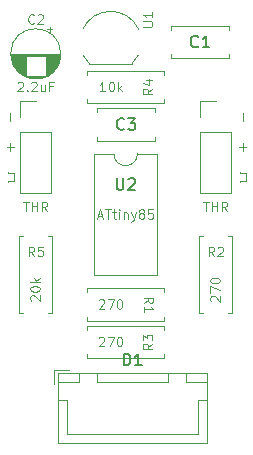
<source format=gto>
G04 #@! TF.GenerationSoftware,KiCad,Pcbnew,(5.1.8)-1*
G04 #@! TF.CreationDate,2023-09-30T03:10:54+02:00*
G04 #@! TF.ProjectId,RC Exhaust System RGB,52432045-7868-4617-9573-742053797374,rev?*
G04 #@! TF.SameCoordinates,Original*
G04 #@! TF.FileFunction,Legend,Top*
G04 #@! TF.FilePolarity,Positive*
%FSLAX46Y46*%
G04 Gerber Fmt 4.6, Leading zero omitted, Abs format (unit mm)*
G04 Created by KiCad (PCBNEW (5.1.8)-1) date 2023-09-30 03:10:54*
%MOMM*%
%LPD*%
G01*
G04 APERTURE LIST*
%ADD10C,0.100000*%
%ADD11C,0.120000*%
%ADD12C,0.150000*%
G04 APERTURE END LIST*
D10*
X78302142Y-91573333D02*
X78683095Y-91573333D01*
X78225952Y-91801904D02*
X78492619Y-91001904D01*
X78759285Y-91801904D01*
X78911666Y-91001904D02*
X79368809Y-91001904D01*
X79140238Y-91801904D02*
X79140238Y-91001904D01*
X79521190Y-91268571D02*
X79825952Y-91268571D01*
X79635476Y-91001904D02*
X79635476Y-91687619D01*
X79673571Y-91763809D01*
X79749761Y-91801904D01*
X79825952Y-91801904D01*
X80092619Y-91801904D02*
X80092619Y-91268571D01*
X80092619Y-91001904D02*
X80054523Y-91040000D01*
X80092619Y-91078095D01*
X80130714Y-91040000D01*
X80092619Y-91001904D01*
X80092619Y-91078095D01*
X80473571Y-91268571D02*
X80473571Y-91801904D01*
X80473571Y-91344761D02*
X80511666Y-91306666D01*
X80587857Y-91268571D01*
X80702142Y-91268571D01*
X80778333Y-91306666D01*
X80816428Y-91382857D01*
X80816428Y-91801904D01*
X81121190Y-91268571D02*
X81311666Y-91801904D01*
X81502142Y-91268571D02*
X81311666Y-91801904D01*
X81235476Y-91992380D01*
X81197380Y-92030476D01*
X81121190Y-92068571D01*
X81921190Y-91344761D02*
X81845000Y-91306666D01*
X81806904Y-91268571D01*
X81768809Y-91192380D01*
X81768809Y-91154285D01*
X81806904Y-91078095D01*
X81845000Y-91040000D01*
X81921190Y-91001904D01*
X82073571Y-91001904D01*
X82149761Y-91040000D01*
X82187857Y-91078095D01*
X82225952Y-91154285D01*
X82225952Y-91192380D01*
X82187857Y-91268571D01*
X82149761Y-91306666D01*
X82073571Y-91344761D01*
X81921190Y-91344761D01*
X81845000Y-91382857D01*
X81806904Y-91420952D01*
X81768809Y-91497142D01*
X81768809Y-91649523D01*
X81806904Y-91725714D01*
X81845000Y-91763809D01*
X81921190Y-91801904D01*
X82073571Y-91801904D01*
X82149761Y-91763809D01*
X82187857Y-91725714D01*
X82225952Y-91649523D01*
X82225952Y-91497142D01*
X82187857Y-91420952D01*
X82149761Y-91382857D01*
X82073571Y-91344761D01*
X82949761Y-91001904D02*
X82568809Y-91001904D01*
X82530714Y-91382857D01*
X82568809Y-91344761D01*
X82645000Y-91306666D01*
X82835476Y-91306666D01*
X82911666Y-91344761D01*
X82949761Y-91382857D01*
X82987857Y-91459047D01*
X82987857Y-91649523D01*
X82949761Y-91725714D01*
X82911666Y-91763809D01*
X82835476Y-91801904D01*
X82645000Y-91801904D01*
X82568809Y-91763809D01*
X82530714Y-91725714D01*
X87217380Y-90366904D02*
X87674523Y-90366904D01*
X87445952Y-91166904D02*
X87445952Y-90366904D01*
X87941190Y-91166904D02*
X87941190Y-90366904D01*
X87941190Y-90747857D02*
X88398333Y-90747857D01*
X88398333Y-91166904D02*
X88398333Y-90366904D01*
X89236428Y-91166904D02*
X88969761Y-90785952D01*
X88779285Y-91166904D02*
X88779285Y-90366904D01*
X89084047Y-90366904D01*
X89160238Y-90405000D01*
X89198333Y-90443095D01*
X89236428Y-90519285D01*
X89236428Y-90633571D01*
X89198333Y-90709761D01*
X89160238Y-90747857D01*
X89084047Y-90785952D01*
X88779285Y-90785952D01*
D11*
X90333900Y-87935500D02*
X90841900Y-87935500D01*
X90333900Y-88570500D02*
X90333900Y-88697500D01*
X90841900Y-87935500D02*
X90841900Y-88570500D01*
X90841900Y-88570500D02*
X90333900Y-88570500D01*
X90333900Y-87935500D02*
X90333900Y-87808500D01*
D10*
X90556142Y-86029761D02*
X90556142Y-85420238D01*
X90860904Y-85725000D02*
X90251380Y-85725000D01*
X90556142Y-83489761D02*
X90556142Y-82880238D01*
D11*
X70648900Y-87935500D02*
X71156900Y-87935500D01*
X70648900Y-87935500D02*
X70648900Y-87808500D01*
X71156900Y-87935500D02*
X71156900Y-88570500D01*
X71156900Y-88570500D02*
X70648900Y-88570500D01*
X70648900Y-88570500D02*
X70648900Y-88697500D01*
D10*
X70871142Y-86029761D02*
X70871142Y-85420238D01*
X71175904Y-85725000D02*
X70566380Y-85725000D01*
X70871142Y-83489761D02*
X70871142Y-82880238D01*
X71977380Y-90366904D02*
X72434523Y-90366904D01*
X72205952Y-91166904D02*
X72205952Y-90366904D01*
X72701190Y-91166904D02*
X72701190Y-90366904D01*
X72701190Y-90747857D02*
X73158333Y-90747857D01*
X73158333Y-91166904D02*
X73158333Y-90366904D01*
X73996428Y-91166904D02*
X73729761Y-90785952D01*
X73539285Y-91166904D02*
X73539285Y-90366904D01*
X73844047Y-90366904D01*
X73920238Y-90405000D01*
X73958333Y-90443095D01*
X73996428Y-90519285D01*
X73996428Y-90633571D01*
X73958333Y-90709761D01*
X73920238Y-90747857D01*
X73844047Y-90785952D01*
X73539285Y-90785952D01*
D11*
X89425000Y-77890000D02*
X89425000Y-78205000D01*
X89425000Y-75465000D02*
X89425000Y-75780000D01*
X84485000Y-77890000D02*
X84485000Y-78205000D01*
X84485000Y-75465000D02*
X84485000Y-75780000D01*
X84485000Y-78205000D02*
X89425000Y-78205000D01*
X84485000Y-75465000D02*
X89425000Y-75465000D01*
X83155000Y-85190000D02*
X78215000Y-85190000D01*
X83155000Y-82450000D02*
X78215000Y-82450000D01*
X83155000Y-85190000D02*
X83155000Y-84875000D01*
X83155000Y-82765000D02*
X83155000Y-82450000D01*
X78215000Y-85190000D02*
X78215000Y-84875000D01*
X78215000Y-82765000D02*
X78215000Y-82450000D01*
X77375000Y-98020000D02*
X77375000Y-97690000D01*
X77375000Y-97690000D02*
X83915000Y-97690000D01*
X83915000Y-97690000D02*
X83915000Y-98020000D01*
X77375000Y-100100000D02*
X77375000Y-100430000D01*
X77375000Y-100430000D02*
X83915000Y-100430000D01*
X83915000Y-100430000D02*
X83915000Y-100100000D01*
X89635000Y-93250000D02*
X89305000Y-93250000D01*
X89635000Y-99790000D02*
X89635000Y-93250000D01*
X89305000Y-99790000D02*
X89635000Y-99790000D01*
X86895000Y-93250000D02*
X87225000Y-93250000D01*
X86895000Y-99790000D02*
X86895000Y-93250000D01*
X87225000Y-99790000D02*
X86895000Y-99790000D01*
X86935000Y-81855000D02*
X88265000Y-81855000D01*
X86935000Y-83185000D02*
X86935000Y-81855000D01*
X86935000Y-84455000D02*
X89595000Y-84455000D01*
X89595000Y-84455000D02*
X89595000Y-89595000D01*
X86935000Y-84455000D02*
X86935000Y-89595000D01*
X86935000Y-89595000D02*
X89595000Y-89595000D01*
X79645000Y-86300000D02*
X77995000Y-86300000D01*
X77995000Y-86300000D02*
X77995000Y-96580000D01*
X77995000Y-96580000D02*
X83295000Y-96580000D01*
X83295000Y-96580000D02*
X83295000Y-86300000D01*
X83295000Y-86300000D02*
X81645000Y-86300000D01*
X81645000Y-86300000D02*
G75*
G02*
X79645000Y-86300000I-1000000J0D01*
G01*
X75145000Y-77835000D02*
G75*
G03*
X75145000Y-77835000I-2120000J0D01*
G01*
X75105000Y-77835000D02*
X70945000Y-77835000D01*
X75105000Y-77875000D02*
X70945000Y-77875000D01*
X75104000Y-77915000D02*
X70946000Y-77915000D01*
X75102000Y-77955000D02*
X70948000Y-77955000D01*
X75099000Y-77995000D02*
X70951000Y-77995000D01*
X75096000Y-78035000D02*
X73865000Y-78035000D01*
X72185000Y-78035000D02*
X70954000Y-78035000D01*
X75092000Y-78075000D02*
X73865000Y-78075000D01*
X72185000Y-78075000D02*
X70958000Y-78075000D01*
X75087000Y-78115000D02*
X73865000Y-78115000D01*
X72185000Y-78115000D02*
X70963000Y-78115000D01*
X75081000Y-78155000D02*
X73865000Y-78155000D01*
X72185000Y-78155000D02*
X70969000Y-78155000D01*
X75075000Y-78195000D02*
X73865000Y-78195000D01*
X72185000Y-78195000D02*
X70975000Y-78195000D01*
X75067000Y-78235000D02*
X73865000Y-78235000D01*
X72185000Y-78235000D02*
X70983000Y-78235000D01*
X75059000Y-78275000D02*
X73865000Y-78275000D01*
X72185000Y-78275000D02*
X70991000Y-78275000D01*
X75050000Y-78315000D02*
X73865000Y-78315000D01*
X72185000Y-78315000D02*
X71000000Y-78315000D01*
X75041000Y-78355000D02*
X73865000Y-78355000D01*
X72185000Y-78355000D02*
X71009000Y-78355000D01*
X75030000Y-78395000D02*
X73865000Y-78395000D01*
X72185000Y-78395000D02*
X71020000Y-78395000D01*
X75019000Y-78435000D02*
X73865000Y-78435000D01*
X72185000Y-78435000D02*
X71031000Y-78435000D01*
X75007000Y-78475000D02*
X73865000Y-78475000D01*
X72185000Y-78475000D02*
X71043000Y-78475000D01*
X74993000Y-78515000D02*
X73865000Y-78515000D01*
X72185000Y-78515000D02*
X71057000Y-78515000D01*
X74979000Y-78556000D02*
X73865000Y-78556000D01*
X72185000Y-78556000D02*
X71071000Y-78556000D01*
X74965000Y-78596000D02*
X73865000Y-78596000D01*
X72185000Y-78596000D02*
X71085000Y-78596000D01*
X74949000Y-78636000D02*
X73865000Y-78636000D01*
X72185000Y-78636000D02*
X71101000Y-78636000D01*
X74932000Y-78676000D02*
X73865000Y-78676000D01*
X72185000Y-78676000D02*
X71118000Y-78676000D01*
X74914000Y-78716000D02*
X73865000Y-78716000D01*
X72185000Y-78716000D02*
X71136000Y-78716000D01*
X74895000Y-78756000D02*
X73865000Y-78756000D01*
X72185000Y-78756000D02*
X71155000Y-78756000D01*
X74876000Y-78796000D02*
X73865000Y-78796000D01*
X72185000Y-78796000D02*
X71174000Y-78796000D01*
X74855000Y-78836000D02*
X73865000Y-78836000D01*
X72185000Y-78836000D02*
X71195000Y-78836000D01*
X74833000Y-78876000D02*
X73865000Y-78876000D01*
X72185000Y-78876000D02*
X71217000Y-78876000D01*
X74810000Y-78916000D02*
X73865000Y-78916000D01*
X72185000Y-78916000D02*
X71240000Y-78916000D01*
X74785000Y-78956000D02*
X73865000Y-78956000D01*
X72185000Y-78956000D02*
X71265000Y-78956000D01*
X74760000Y-78996000D02*
X73865000Y-78996000D01*
X72185000Y-78996000D02*
X71290000Y-78996000D01*
X74733000Y-79036000D02*
X73865000Y-79036000D01*
X72185000Y-79036000D02*
X71317000Y-79036000D01*
X74705000Y-79076000D02*
X73865000Y-79076000D01*
X72185000Y-79076000D02*
X71345000Y-79076000D01*
X74675000Y-79116000D02*
X73865000Y-79116000D01*
X72185000Y-79116000D02*
X71375000Y-79116000D01*
X74644000Y-79156000D02*
X73865000Y-79156000D01*
X72185000Y-79156000D02*
X71406000Y-79156000D01*
X74612000Y-79196000D02*
X73865000Y-79196000D01*
X72185000Y-79196000D02*
X71438000Y-79196000D01*
X74577000Y-79236000D02*
X73865000Y-79236000D01*
X72185000Y-79236000D02*
X71473000Y-79236000D01*
X74541000Y-79276000D02*
X73865000Y-79276000D01*
X72185000Y-79276000D02*
X71509000Y-79276000D01*
X74503000Y-79316000D02*
X73865000Y-79316000D01*
X72185000Y-79316000D02*
X71547000Y-79316000D01*
X74463000Y-79356000D02*
X73865000Y-79356000D01*
X72185000Y-79356000D02*
X71587000Y-79356000D01*
X74421000Y-79396000D02*
X73865000Y-79396000D01*
X72185000Y-79396000D02*
X71629000Y-79396000D01*
X74376000Y-79436000D02*
X73865000Y-79436000D01*
X72185000Y-79436000D02*
X71674000Y-79436000D01*
X74329000Y-79476000D02*
X73865000Y-79476000D01*
X72185000Y-79476000D02*
X71721000Y-79476000D01*
X74279000Y-79516000D02*
X73865000Y-79516000D01*
X72185000Y-79516000D02*
X71771000Y-79516000D01*
X74225000Y-79556000D02*
X73865000Y-79556000D01*
X72185000Y-79556000D02*
X71825000Y-79556000D01*
X74167000Y-79596000D02*
X73865000Y-79596000D01*
X72185000Y-79596000D02*
X71883000Y-79596000D01*
X74105000Y-79636000D02*
X73865000Y-79636000D01*
X72185000Y-79636000D02*
X71945000Y-79636000D01*
X74038000Y-79676000D02*
X72012000Y-79676000D01*
X73965000Y-79716000D02*
X72085000Y-79716000D01*
X73884000Y-79756000D02*
X72166000Y-79756000D01*
X73793000Y-79796000D02*
X72257000Y-79796000D01*
X73689000Y-79836000D02*
X72361000Y-79836000D01*
X73562000Y-79876000D02*
X72488000Y-79876000D01*
X73395000Y-79916000D02*
X72655000Y-79916000D01*
X74220000Y-75565199D02*
X74220000Y-75965199D01*
X74420000Y-75765199D02*
X74020000Y-75765199D01*
X71695000Y-89595000D02*
X74355000Y-89595000D01*
X71695000Y-84455000D02*
X71695000Y-89595000D01*
X74355000Y-84455000D02*
X74355000Y-89595000D01*
X71695000Y-84455000D02*
X74355000Y-84455000D01*
X71695000Y-83185000D02*
X71695000Y-81855000D01*
X71695000Y-81855000D02*
X73025000Y-81855000D01*
X77575000Y-78685000D02*
X81175000Y-78685000D01*
X77050816Y-77957795D02*
G75*
G03*
X77575000Y-78685000I2324184J1122795D01*
G01*
X77018600Y-75736193D02*
G75*
G02*
X79375000Y-74235000I2356400J-1098807D01*
G01*
X81731400Y-75736193D02*
G75*
G03*
X79375000Y-74235000I-2356400J-1098807D01*
G01*
X81699184Y-77957795D02*
G75*
G02*
X81175000Y-78685000I-2324184J1122795D01*
G01*
X77375000Y-100865000D02*
X77375000Y-101195000D01*
X83915000Y-100865000D02*
X77375000Y-100865000D01*
X83915000Y-101195000D02*
X83915000Y-100865000D01*
X77375000Y-103605000D02*
X77375000Y-103275000D01*
X83915000Y-103605000D02*
X77375000Y-103605000D01*
X83915000Y-103275000D02*
X83915000Y-103605000D01*
X83915000Y-81685000D02*
X83915000Y-82015000D01*
X83915000Y-82015000D02*
X77375000Y-82015000D01*
X77375000Y-82015000D02*
X77375000Y-81685000D01*
X83915000Y-79605000D02*
X83915000Y-79275000D01*
X83915000Y-79275000D02*
X77375000Y-79275000D01*
X77375000Y-79275000D02*
X77375000Y-79605000D01*
X71655000Y-99790000D02*
X71985000Y-99790000D01*
X71655000Y-93250000D02*
X71655000Y-99790000D01*
X71985000Y-93250000D02*
X71655000Y-93250000D01*
X74395000Y-99790000D02*
X74065000Y-99790000D01*
X74395000Y-93250000D02*
X74395000Y-99790000D01*
X74065000Y-93250000D02*
X74395000Y-93250000D01*
X74910000Y-104855000D02*
X74910000Y-110825000D01*
X74910000Y-110825000D02*
X87530000Y-110825000D01*
X87530000Y-110825000D02*
X87530000Y-104855000D01*
X87530000Y-104855000D02*
X74910000Y-104855000D01*
X78220000Y-104865000D02*
X78220000Y-105615000D01*
X78220000Y-105615000D02*
X84220000Y-105615000D01*
X84220000Y-105615000D02*
X84220000Y-104865000D01*
X84220000Y-104865000D02*
X78220000Y-104865000D01*
X74920000Y-104865000D02*
X74920000Y-105615000D01*
X74920000Y-105615000D02*
X76720000Y-105615000D01*
X76720000Y-105615000D02*
X76720000Y-104865000D01*
X76720000Y-104865000D02*
X74920000Y-104865000D01*
X85720000Y-104865000D02*
X85720000Y-105615000D01*
X85720000Y-105615000D02*
X87520000Y-105615000D01*
X87520000Y-105615000D02*
X87520000Y-104865000D01*
X87520000Y-104865000D02*
X85720000Y-104865000D01*
X74920000Y-107115000D02*
X75670000Y-107115000D01*
X75670000Y-107115000D02*
X75670000Y-110065000D01*
X75670000Y-110065000D02*
X81220000Y-110065000D01*
X87520000Y-107115000D02*
X86770000Y-107115000D01*
X86770000Y-107115000D02*
X86770000Y-110065000D01*
X86770000Y-110065000D02*
X81220000Y-110065000D01*
X75870000Y-104565000D02*
X74620000Y-104565000D01*
X74620000Y-104565000D02*
X74620000Y-105815000D01*
D12*
X86788333Y-77192142D02*
X86740714Y-77239761D01*
X86597857Y-77287380D01*
X86502619Y-77287380D01*
X86359761Y-77239761D01*
X86264523Y-77144523D01*
X86216904Y-77049285D01*
X86169285Y-76858809D01*
X86169285Y-76715952D01*
X86216904Y-76525476D01*
X86264523Y-76430238D01*
X86359761Y-76335000D01*
X86502619Y-76287380D01*
X86597857Y-76287380D01*
X86740714Y-76335000D01*
X86788333Y-76382619D01*
X87740714Y-77287380D02*
X87169285Y-77287380D01*
X87455000Y-77287380D02*
X87455000Y-76287380D01*
X87359761Y-76430238D01*
X87264523Y-76525476D01*
X87169285Y-76573095D01*
X80518333Y-84177142D02*
X80470714Y-84224761D01*
X80327857Y-84272380D01*
X80232619Y-84272380D01*
X80089761Y-84224761D01*
X79994523Y-84129523D01*
X79946904Y-84034285D01*
X79899285Y-83843809D01*
X79899285Y-83700952D01*
X79946904Y-83510476D01*
X79994523Y-83415238D01*
X80089761Y-83320000D01*
X80232619Y-83272380D01*
X80327857Y-83272380D01*
X80470714Y-83320000D01*
X80518333Y-83367619D01*
X80851666Y-83272380D02*
X81470714Y-83272380D01*
X81137380Y-83653333D01*
X81280238Y-83653333D01*
X81375476Y-83700952D01*
X81423095Y-83748571D01*
X81470714Y-83843809D01*
X81470714Y-84081904D01*
X81423095Y-84177142D01*
X81375476Y-84224761D01*
X81280238Y-84272380D01*
X80994523Y-84272380D01*
X80899285Y-84224761D01*
X80851666Y-84177142D01*
D10*
X82188095Y-98926666D02*
X82569047Y-98660000D01*
X82188095Y-98469523D02*
X82988095Y-98469523D01*
X82988095Y-98774285D01*
X82950000Y-98850476D01*
X82911904Y-98888571D01*
X82835714Y-98926666D01*
X82721428Y-98926666D01*
X82645238Y-98888571D01*
X82607142Y-98850476D01*
X82569047Y-98774285D01*
X82569047Y-98469523D01*
X82188095Y-99688571D02*
X82188095Y-99231428D01*
X82188095Y-99460000D02*
X82988095Y-99460000D01*
X82873809Y-99383809D01*
X82797619Y-99307619D01*
X82759523Y-99231428D01*
X78384523Y-98698095D02*
X78422619Y-98660000D01*
X78498809Y-98621904D01*
X78689285Y-98621904D01*
X78765476Y-98660000D01*
X78803571Y-98698095D01*
X78841666Y-98774285D01*
X78841666Y-98850476D01*
X78803571Y-98964761D01*
X78346428Y-99421904D01*
X78841666Y-99421904D01*
X79108333Y-98621904D02*
X79641666Y-98621904D01*
X79298809Y-99421904D01*
X80098809Y-98621904D02*
X80175000Y-98621904D01*
X80251190Y-98660000D01*
X80289285Y-98698095D01*
X80327380Y-98774285D01*
X80365476Y-98926666D01*
X80365476Y-99117142D01*
X80327380Y-99269523D01*
X80289285Y-99345714D01*
X80251190Y-99383809D01*
X80175000Y-99421904D01*
X80098809Y-99421904D01*
X80022619Y-99383809D01*
X79984523Y-99345714D01*
X79946428Y-99269523D01*
X79908333Y-99117142D01*
X79908333Y-98926666D01*
X79946428Y-98774285D01*
X79984523Y-98698095D01*
X80022619Y-98660000D01*
X80098809Y-98621904D01*
X88131666Y-94976904D02*
X87865000Y-94595952D01*
X87674523Y-94976904D02*
X87674523Y-94176904D01*
X87979285Y-94176904D01*
X88055476Y-94215000D01*
X88093571Y-94253095D01*
X88131666Y-94329285D01*
X88131666Y-94443571D01*
X88093571Y-94519761D01*
X88055476Y-94557857D01*
X87979285Y-94595952D01*
X87674523Y-94595952D01*
X88436428Y-94253095D02*
X88474523Y-94215000D01*
X88550714Y-94176904D01*
X88741190Y-94176904D01*
X88817380Y-94215000D01*
X88855476Y-94253095D01*
X88893571Y-94329285D01*
X88893571Y-94405476D01*
X88855476Y-94519761D01*
X88398333Y-94976904D01*
X88893571Y-94976904D01*
X87903095Y-98780476D02*
X87865000Y-98742380D01*
X87826904Y-98666190D01*
X87826904Y-98475714D01*
X87865000Y-98399523D01*
X87903095Y-98361428D01*
X87979285Y-98323333D01*
X88055476Y-98323333D01*
X88169761Y-98361428D01*
X88626904Y-98818571D01*
X88626904Y-98323333D01*
X87826904Y-98056666D02*
X87826904Y-97523333D01*
X88626904Y-97866190D01*
X87826904Y-97066190D02*
X87826904Y-96990000D01*
X87865000Y-96913809D01*
X87903095Y-96875714D01*
X87979285Y-96837619D01*
X88131666Y-96799523D01*
X88322142Y-96799523D01*
X88474523Y-96837619D01*
X88550714Y-96875714D01*
X88588809Y-96913809D01*
X88626904Y-96990000D01*
X88626904Y-97066190D01*
X88588809Y-97142380D01*
X88550714Y-97180476D01*
X88474523Y-97218571D01*
X88322142Y-97256666D01*
X88131666Y-97256666D01*
X87979285Y-97218571D01*
X87903095Y-97180476D01*
X87865000Y-97142380D01*
X87826904Y-97066190D01*
D12*
X79883095Y-88352380D02*
X79883095Y-89161904D01*
X79930714Y-89257142D01*
X79978333Y-89304761D01*
X80073571Y-89352380D01*
X80264047Y-89352380D01*
X80359285Y-89304761D01*
X80406904Y-89257142D01*
X80454523Y-89161904D01*
X80454523Y-88352380D01*
X80883095Y-88447619D02*
X80930714Y-88400000D01*
X81025952Y-88352380D01*
X81264047Y-88352380D01*
X81359285Y-88400000D01*
X81406904Y-88447619D01*
X81454523Y-88542857D01*
X81454523Y-88638095D01*
X81406904Y-88780952D01*
X80835476Y-89352380D01*
X81454523Y-89352380D01*
D10*
X72891666Y-75215714D02*
X72853571Y-75253809D01*
X72739285Y-75291904D01*
X72663095Y-75291904D01*
X72548809Y-75253809D01*
X72472619Y-75177619D01*
X72434523Y-75101428D01*
X72396428Y-74949047D01*
X72396428Y-74834761D01*
X72434523Y-74682380D01*
X72472619Y-74606190D01*
X72548809Y-74530000D01*
X72663095Y-74491904D01*
X72739285Y-74491904D01*
X72853571Y-74530000D01*
X72891666Y-74568095D01*
X73196428Y-74568095D02*
X73234523Y-74530000D01*
X73310714Y-74491904D01*
X73501190Y-74491904D01*
X73577380Y-74530000D01*
X73615476Y-74568095D01*
X73653571Y-74644285D01*
X73653571Y-74720476D01*
X73615476Y-74834761D01*
X73158333Y-75291904D01*
X73653571Y-75291904D01*
X71520238Y-80283095D02*
X71558333Y-80245000D01*
X71634523Y-80206904D01*
X71825000Y-80206904D01*
X71901190Y-80245000D01*
X71939285Y-80283095D01*
X71977380Y-80359285D01*
X71977380Y-80435476D01*
X71939285Y-80549761D01*
X71482142Y-81006904D01*
X71977380Y-81006904D01*
X72320238Y-80930714D02*
X72358333Y-80968809D01*
X72320238Y-81006904D01*
X72282142Y-80968809D01*
X72320238Y-80930714D01*
X72320238Y-81006904D01*
X72663095Y-80283095D02*
X72701190Y-80245000D01*
X72777380Y-80206904D01*
X72967857Y-80206904D01*
X73044047Y-80245000D01*
X73082142Y-80283095D01*
X73120238Y-80359285D01*
X73120238Y-80435476D01*
X73082142Y-80549761D01*
X72625000Y-81006904D01*
X73120238Y-81006904D01*
X73805952Y-80473571D02*
X73805952Y-81006904D01*
X73463095Y-80473571D02*
X73463095Y-80892619D01*
X73501190Y-80968809D01*
X73577380Y-81006904D01*
X73691666Y-81006904D01*
X73767857Y-80968809D01*
X73805952Y-80930714D01*
X74453571Y-80587857D02*
X74186904Y-80587857D01*
X74186904Y-81006904D02*
X74186904Y-80206904D01*
X74567857Y-80206904D01*
X82111904Y-75539523D02*
X82759523Y-75539523D01*
X82835714Y-75501428D01*
X82873809Y-75463333D01*
X82911904Y-75387142D01*
X82911904Y-75234761D01*
X82873809Y-75158571D01*
X82835714Y-75120476D01*
X82759523Y-75082380D01*
X82111904Y-75082380D01*
X82911904Y-74282380D02*
X82911904Y-74739523D01*
X82911904Y-74510952D02*
X82111904Y-74510952D01*
X82226190Y-74587142D01*
X82302380Y-74663333D01*
X82340476Y-74739523D01*
X82911904Y-102368333D02*
X82530952Y-102635000D01*
X82911904Y-102825476D02*
X82111904Y-102825476D01*
X82111904Y-102520714D01*
X82150000Y-102444523D01*
X82188095Y-102406428D01*
X82264285Y-102368333D01*
X82378571Y-102368333D01*
X82454761Y-102406428D01*
X82492857Y-102444523D01*
X82530952Y-102520714D01*
X82530952Y-102825476D01*
X82111904Y-102101666D02*
X82111904Y-101606428D01*
X82416666Y-101873095D01*
X82416666Y-101758809D01*
X82454761Y-101682619D01*
X82492857Y-101644523D01*
X82569047Y-101606428D01*
X82759523Y-101606428D01*
X82835714Y-101644523D01*
X82873809Y-101682619D01*
X82911904Y-101758809D01*
X82911904Y-101987380D01*
X82873809Y-102063571D01*
X82835714Y-102101666D01*
X78384523Y-101873095D02*
X78422619Y-101835000D01*
X78498809Y-101796904D01*
X78689285Y-101796904D01*
X78765476Y-101835000D01*
X78803571Y-101873095D01*
X78841666Y-101949285D01*
X78841666Y-102025476D01*
X78803571Y-102139761D01*
X78346428Y-102596904D01*
X78841666Y-102596904D01*
X79108333Y-101796904D02*
X79641666Y-101796904D01*
X79298809Y-102596904D01*
X80098809Y-101796904D02*
X80175000Y-101796904D01*
X80251190Y-101835000D01*
X80289285Y-101873095D01*
X80327380Y-101949285D01*
X80365476Y-102101666D01*
X80365476Y-102292142D01*
X80327380Y-102444523D01*
X80289285Y-102520714D01*
X80251190Y-102558809D01*
X80175000Y-102596904D01*
X80098809Y-102596904D01*
X80022619Y-102558809D01*
X79984523Y-102520714D01*
X79946428Y-102444523D01*
X79908333Y-102292142D01*
X79908333Y-102101666D01*
X79946428Y-101949285D01*
X79984523Y-101873095D01*
X80022619Y-101835000D01*
X80098809Y-101796904D01*
X82911904Y-80778333D02*
X82530952Y-81045000D01*
X82911904Y-81235476D02*
X82111904Y-81235476D01*
X82111904Y-80930714D01*
X82150000Y-80854523D01*
X82188095Y-80816428D01*
X82264285Y-80778333D01*
X82378571Y-80778333D01*
X82454761Y-80816428D01*
X82492857Y-80854523D01*
X82530952Y-80930714D01*
X82530952Y-81235476D01*
X82378571Y-80092619D02*
X82911904Y-80092619D01*
X82073809Y-80283095D02*
X82645238Y-80473571D01*
X82645238Y-79978333D01*
X78898809Y-81006904D02*
X78441666Y-81006904D01*
X78670238Y-81006904D02*
X78670238Y-80206904D01*
X78594047Y-80321190D01*
X78517857Y-80397380D01*
X78441666Y-80435476D01*
X79394047Y-80206904D02*
X79470238Y-80206904D01*
X79546428Y-80245000D01*
X79584523Y-80283095D01*
X79622619Y-80359285D01*
X79660714Y-80511666D01*
X79660714Y-80702142D01*
X79622619Y-80854523D01*
X79584523Y-80930714D01*
X79546428Y-80968809D01*
X79470238Y-81006904D01*
X79394047Y-81006904D01*
X79317857Y-80968809D01*
X79279761Y-80930714D01*
X79241666Y-80854523D01*
X79203571Y-80702142D01*
X79203571Y-80511666D01*
X79241666Y-80359285D01*
X79279761Y-80283095D01*
X79317857Y-80245000D01*
X79394047Y-80206904D01*
X80003571Y-81006904D02*
X80003571Y-80206904D01*
X80079761Y-80702142D02*
X80308333Y-81006904D01*
X80308333Y-80473571D02*
X80003571Y-80778333D01*
X72891666Y-94976904D02*
X72625000Y-94595952D01*
X72434523Y-94976904D02*
X72434523Y-94176904D01*
X72739285Y-94176904D01*
X72815476Y-94215000D01*
X72853571Y-94253095D01*
X72891666Y-94329285D01*
X72891666Y-94443571D01*
X72853571Y-94519761D01*
X72815476Y-94557857D01*
X72739285Y-94595952D01*
X72434523Y-94595952D01*
X73615476Y-94176904D02*
X73234523Y-94176904D01*
X73196428Y-94557857D01*
X73234523Y-94519761D01*
X73310714Y-94481666D01*
X73501190Y-94481666D01*
X73577380Y-94519761D01*
X73615476Y-94557857D01*
X73653571Y-94634047D01*
X73653571Y-94824523D01*
X73615476Y-94900714D01*
X73577380Y-94938809D01*
X73501190Y-94976904D01*
X73310714Y-94976904D01*
X73234523Y-94938809D01*
X73196428Y-94900714D01*
X72663095Y-98723333D02*
X72625000Y-98685238D01*
X72586904Y-98609047D01*
X72586904Y-98418571D01*
X72625000Y-98342380D01*
X72663095Y-98304285D01*
X72739285Y-98266190D01*
X72815476Y-98266190D01*
X72929761Y-98304285D01*
X73386904Y-98761428D01*
X73386904Y-98266190D01*
X72586904Y-97770952D02*
X72586904Y-97694761D01*
X72625000Y-97618571D01*
X72663095Y-97580476D01*
X72739285Y-97542380D01*
X72891666Y-97504285D01*
X73082142Y-97504285D01*
X73234523Y-97542380D01*
X73310714Y-97580476D01*
X73348809Y-97618571D01*
X73386904Y-97694761D01*
X73386904Y-97770952D01*
X73348809Y-97847142D01*
X73310714Y-97885238D01*
X73234523Y-97923333D01*
X73082142Y-97961428D01*
X72891666Y-97961428D01*
X72739285Y-97923333D01*
X72663095Y-97885238D01*
X72625000Y-97847142D01*
X72586904Y-97770952D01*
X73386904Y-97161428D02*
X72586904Y-97161428D01*
X73082142Y-97085238D02*
X73386904Y-96856666D01*
X72853571Y-96856666D02*
X73158333Y-97161428D01*
D12*
X80481904Y-104217380D02*
X80481904Y-103217380D01*
X80720000Y-103217380D01*
X80862857Y-103265000D01*
X80958095Y-103360238D01*
X81005714Y-103455476D01*
X81053333Y-103645952D01*
X81053333Y-103788809D01*
X81005714Y-103979285D01*
X80958095Y-104074523D01*
X80862857Y-104169761D01*
X80720000Y-104217380D01*
X80481904Y-104217380D01*
X82005714Y-104217380D02*
X81434285Y-104217380D01*
X81720000Y-104217380D02*
X81720000Y-103217380D01*
X81624761Y-103360238D01*
X81529523Y-103455476D01*
X81434285Y-103503095D01*
M02*

</source>
